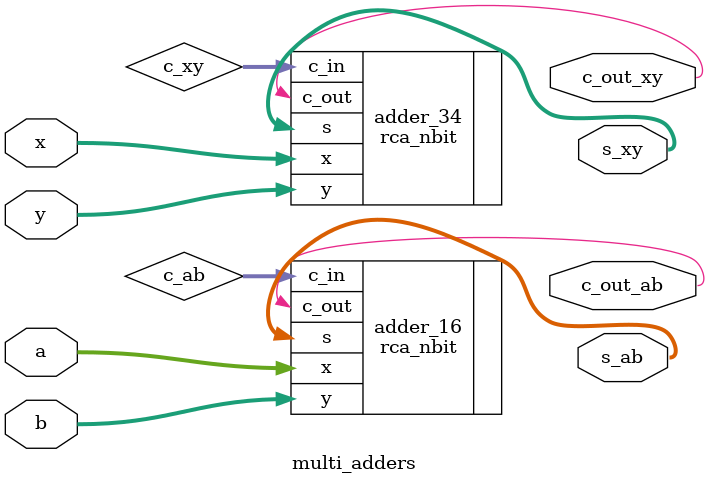
<source format=v>
`timescale 1ns / 1ps


module multi_adders(

input[15:0]a,b,
output [15:0]s_ab,
output c_out_ab,

input[33:0]x,y,
output [33:0]s_xy,
output c_out_xy
   
    );
wire [15:1]c_ab;
wire [32:1]c_xy;
    rca_nbit #(.n(16)) adder_16(
    
    .x(a),
    .y(b), 
    .c_in(c_ab),
    .s(s_ab),
    .c_out(c_out_ab)
    
    );
    rca_nbit #(.n(34)) adder_34(
    .x(x),
    .y(y),
    .c_in(c_xy),
    .s(s_xy),
    .c_out(c_out_xy)
    
    );
endmodule

</source>
